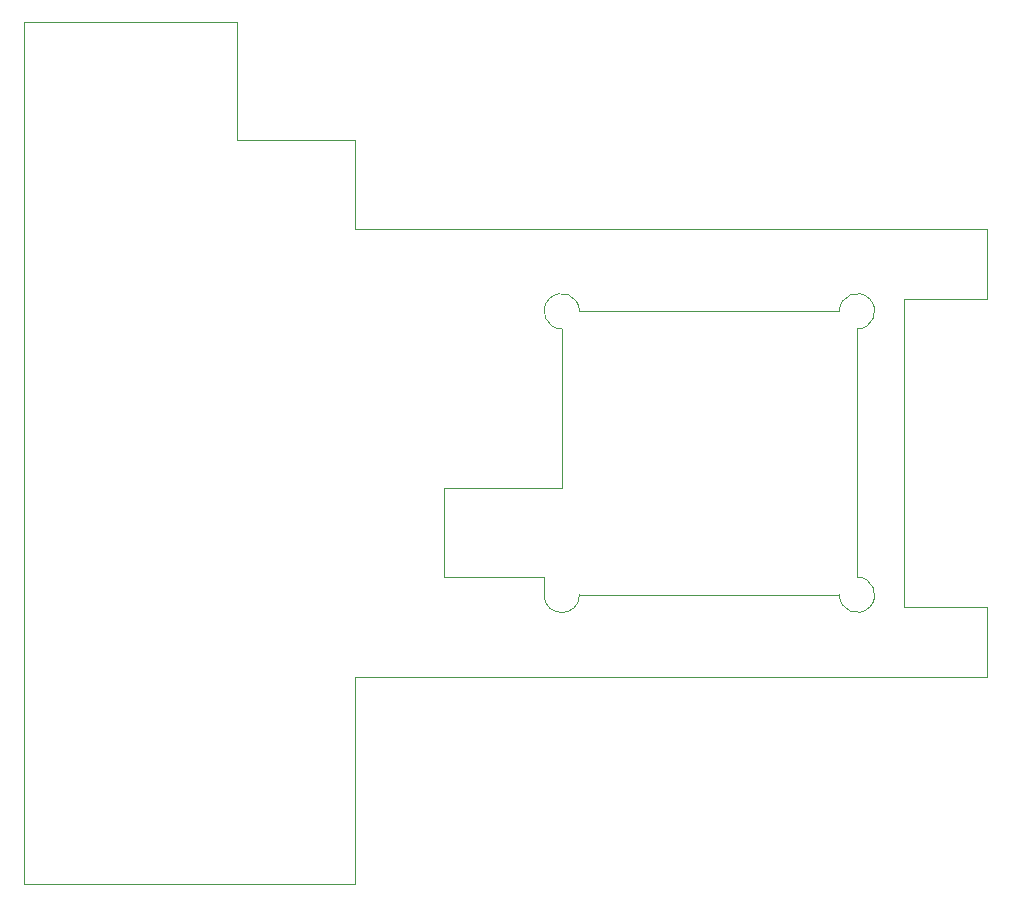
<source format=gbr>
%TF.GenerationSoftware,KiCad,Pcbnew,9.0.0*%
%TF.CreationDate,2025-06-18T11:24:59+09:00*%
%TF.ProjectId,headlight_lower_side,68656164-6c69-4676-9874-5f6c6f776572,00*%
%TF.SameCoordinates,Original*%
%TF.FileFunction,Profile,NP*%
%FSLAX46Y46*%
G04 Gerber Fmt 4.6, Leading zero omitted, Abs format (unit mm)*
G04 Created by KiCad (PCBNEW 9.0.0) date 2025-06-18 11:24:59*
%MOMM*%
%LPD*%
G01*
G04 APERTURE LIST*
%TA.AperFunction,Profile*%
%ADD10C,0.050000*%
%TD*%
G04 APERTURE END LIST*
D10*
X54500000Y-25500000D02*
X54500000Y-35500000D01*
X80500000Y-74000000D02*
X80500000Y-72500000D01*
X36500000Y-25500001D02*
X36500000Y-98500001D01*
X107000000Y-72500000D02*
G75*
G02*
X105500000Y-74000000I0J-1500000D01*
G01*
X82000000Y-51500000D02*
X82000000Y-65000000D01*
X111000000Y-75000001D02*
X118000000Y-75000001D01*
X118000000Y-49000001D02*
X118000000Y-43000000D01*
X64500000Y-81000000D02*
X118000000Y-81000000D01*
X64500000Y-98500002D02*
X64500000Y-81000000D01*
X36500000Y-25500000D02*
X54500000Y-25500000D01*
X118000000Y-43000000D02*
X64500000Y-43000000D01*
X111000000Y-75000001D02*
X111000000Y-49000000D01*
X82000000Y-65000000D02*
X72000000Y-65000000D01*
X118000000Y-75000001D02*
X118000000Y-81000000D01*
X72000000Y-72500001D02*
X80500000Y-72500000D01*
X83500000Y-74000000D02*
X105500000Y-74000000D01*
X107000000Y-72500000D02*
X107000000Y-51500000D01*
X64500000Y-98500002D02*
X36500000Y-98500001D01*
X83500000Y-74000000D02*
G75*
G02*
X80500000Y-74000000I-1500000J0D01*
G01*
X64500000Y-35500000D02*
X64500000Y-43000000D01*
X105500000Y-50000000D02*
G75*
G02*
X107000000Y-51500000I1500000J0D01*
G01*
X105500000Y-50000000D02*
X83500000Y-50000000D01*
X82000000Y-51500000D02*
G75*
G02*
X83500000Y-50000000I0J1500000D01*
G01*
X72000000Y-65000000D02*
X72000000Y-72500001D01*
X111000000Y-49000000D02*
X118000000Y-49000001D01*
X54500000Y-35500000D02*
X64500000Y-35500000D01*
M02*

</source>
